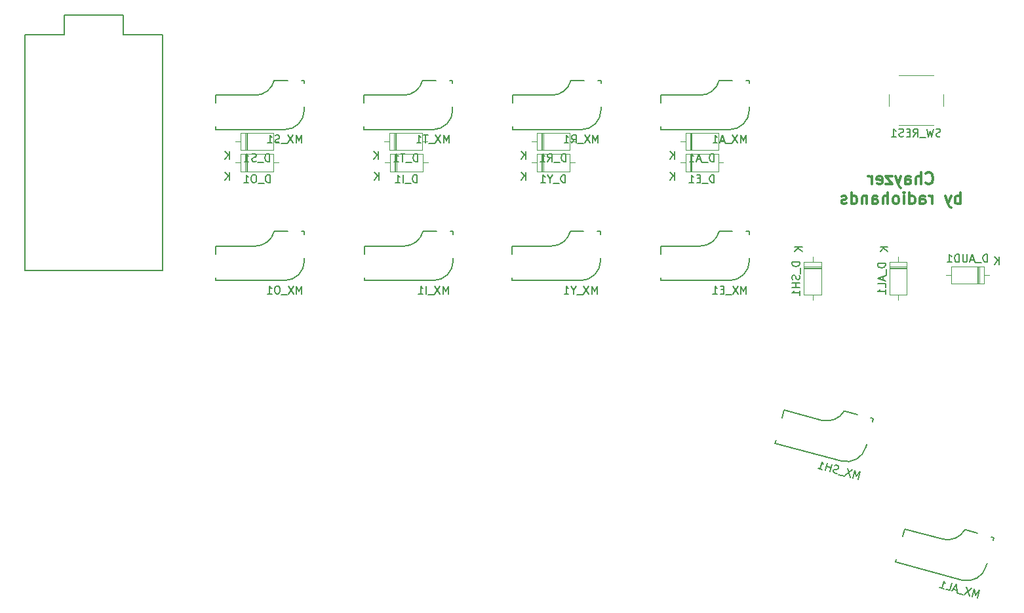
<source format=gbr>
G04 #@! TF.GenerationSoftware,KiCad,Pcbnew,(5.1.4)-1*
G04 #@! TF.CreationDate,2021-07-29T18:33:23-04:00*
G04 #@! TF.ProjectId,chayzer,63686179-7a65-4722-9e6b-696361645f70,rev?*
G04 #@! TF.SameCoordinates,Original*
G04 #@! TF.FileFunction,Legend,Bot*
G04 #@! TF.FilePolarity,Positive*
%FSLAX46Y46*%
G04 Gerber Fmt 4.6, Leading zero omitted, Abs format (unit mm)*
G04 Created by KiCad (PCBNEW (5.1.4)-1) date 2021-07-29 18:33:23*
%MOMM*%
%LPD*%
G04 APERTURE LIST*
%ADD10C,0.300000*%
%ADD11C,0.150000*%
%ADD12C,0.120000*%
G04 APERTURE END LIST*
D10*
X201522321Y-90885714D02*
X201593750Y-90957142D01*
X201808035Y-91028571D01*
X201950892Y-91028571D01*
X202165178Y-90957142D01*
X202308035Y-90814285D01*
X202379464Y-90671428D01*
X202450892Y-90385714D01*
X202450892Y-90171428D01*
X202379464Y-89885714D01*
X202308035Y-89742857D01*
X202165178Y-89600000D01*
X201950892Y-89528571D01*
X201808035Y-89528571D01*
X201593750Y-89600000D01*
X201522321Y-89671428D01*
X200879464Y-91028571D02*
X200879464Y-89528571D01*
X200236607Y-91028571D02*
X200236607Y-90242857D01*
X200308035Y-90100000D01*
X200450892Y-90028571D01*
X200665178Y-90028571D01*
X200808035Y-90100000D01*
X200879464Y-90171428D01*
X198879464Y-91028571D02*
X198879464Y-90242857D01*
X198950892Y-90100000D01*
X199093750Y-90028571D01*
X199379464Y-90028571D01*
X199522321Y-90100000D01*
X198879464Y-90957142D02*
X199022321Y-91028571D01*
X199379464Y-91028571D01*
X199522321Y-90957142D01*
X199593750Y-90814285D01*
X199593750Y-90671428D01*
X199522321Y-90528571D01*
X199379464Y-90457142D01*
X199022321Y-90457142D01*
X198879464Y-90385714D01*
X198308035Y-90028571D02*
X197950892Y-91028571D01*
X197593750Y-90028571D02*
X197950892Y-91028571D01*
X198093750Y-91385714D01*
X198165178Y-91457142D01*
X198308035Y-91528571D01*
X197165178Y-90028571D02*
X196379464Y-90028571D01*
X197165178Y-91028571D01*
X196379464Y-91028571D01*
X195236607Y-90957142D02*
X195379464Y-91028571D01*
X195665178Y-91028571D01*
X195808035Y-90957142D01*
X195879464Y-90814285D01*
X195879464Y-90242857D01*
X195808035Y-90100000D01*
X195665178Y-90028571D01*
X195379464Y-90028571D01*
X195236607Y-90100000D01*
X195165178Y-90242857D01*
X195165178Y-90385714D01*
X195879464Y-90528571D01*
X194522321Y-91028571D02*
X194522321Y-90028571D01*
X194522321Y-90314285D02*
X194450892Y-90171428D01*
X194379464Y-90100000D01*
X194236607Y-90028571D01*
X194093750Y-90028571D01*
X205986607Y-93578571D02*
X205986607Y-92078571D01*
X205986607Y-92650000D02*
X205843750Y-92578571D01*
X205558035Y-92578571D01*
X205415178Y-92650000D01*
X205343750Y-92721428D01*
X205272321Y-92864285D01*
X205272321Y-93292857D01*
X205343750Y-93435714D01*
X205415178Y-93507142D01*
X205558035Y-93578571D01*
X205843750Y-93578571D01*
X205986607Y-93507142D01*
X204772321Y-92578571D02*
X204415178Y-93578571D01*
X204058035Y-92578571D02*
X204415178Y-93578571D01*
X204558035Y-93935714D01*
X204629464Y-94007142D01*
X204772321Y-94078571D01*
X202343750Y-93578571D02*
X202343750Y-92578571D01*
X202343750Y-92864285D02*
X202272321Y-92721428D01*
X202200892Y-92650000D01*
X202058035Y-92578571D01*
X201915178Y-92578571D01*
X200772321Y-93578571D02*
X200772321Y-92792857D01*
X200843750Y-92650000D01*
X200986607Y-92578571D01*
X201272321Y-92578571D01*
X201415178Y-92650000D01*
X200772321Y-93507142D02*
X200915178Y-93578571D01*
X201272321Y-93578571D01*
X201415178Y-93507142D01*
X201486607Y-93364285D01*
X201486607Y-93221428D01*
X201415178Y-93078571D01*
X201272321Y-93007142D01*
X200915178Y-93007142D01*
X200772321Y-92935714D01*
X199415178Y-93578571D02*
X199415178Y-92078571D01*
X199415178Y-93507142D02*
X199558035Y-93578571D01*
X199843750Y-93578571D01*
X199986607Y-93507142D01*
X200058035Y-93435714D01*
X200129464Y-93292857D01*
X200129464Y-92864285D01*
X200058035Y-92721428D01*
X199986607Y-92650000D01*
X199843750Y-92578571D01*
X199558035Y-92578571D01*
X199415178Y-92650000D01*
X198700892Y-93578571D02*
X198700892Y-92578571D01*
X198700892Y-92078571D02*
X198772321Y-92150000D01*
X198700892Y-92221428D01*
X198629464Y-92150000D01*
X198700892Y-92078571D01*
X198700892Y-92221428D01*
X197772321Y-93578571D02*
X197915178Y-93507142D01*
X197986607Y-93435714D01*
X198058035Y-93292857D01*
X198058035Y-92864285D01*
X197986607Y-92721428D01*
X197915178Y-92650000D01*
X197772321Y-92578571D01*
X197558035Y-92578571D01*
X197415178Y-92650000D01*
X197343750Y-92721428D01*
X197272321Y-92864285D01*
X197272321Y-93292857D01*
X197343750Y-93435714D01*
X197415178Y-93507142D01*
X197558035Y-93578571D01*
X197772321Y-93578571D01*
X196629464Y-93578571D02*
X196629464Y-92078571D01*
X195986607Y-93578571D02*
X195986607Y-92792857D01*
X196058035Y-92650000D01*
X196200892Y-92578571D01*
X196415178Y-92578571D01*
X196558035Y-92650000D01*
X196629464Y-92721428D01*
X194629464Y-93578571D02*
X194629464Y-92792857D01*
X194700892Y-92650000D01*
X194843750Y-92578571D01*
X195129464Y-92578571D01*
X195272321Y-92650000D01*
X194629464Y-93507142D02*
X194772321Y-93578571D01*
X195129464Y-93578571D01*
X195272321Y-93507142D01*
X195343750Y-93364285D01*
X195343750Y-93221428D01*
X195272321Y-93078571D01*
X195129464Y-93007142D01*
X194772321Y-93007142D01*
X194629464Y-92935714D01*
X193915178Y-92578571D02*
X193915178Y-93578571D01*
X193915178Y-92721428D02*
X193843750Y-92650000D01*
X193700892Y-92578571D01*
X193486607Y-92578571D01*
X193343750Y-92650000D01*
X193272321Y-92792857D01*
X193272321Y-93578571D01*
X191915178Y-93578571D02*
X191915178Y-92078571D01*
X191915178Y-93507142D02*
X192058035Y-93578571D01*
X192343750Y-93578571D01*
X192486607Y-93507142D01*
X192558035Y-93435714D01*
X192629464Y-93292857D01*
X192629464Y-92864285D01*
X192558035Y-92721428D01*
X192486607Y-92650000D01*
X192343750Y-92578571D01*
X192058035Y-92578571D01*
X191915178Y-92650000D01*
X191272321Y-93507142D02*
X191129464Y-93578571D01*
X190843750Y-93578571D01*
X190700892Y-93507142D01*
X190629464Y-93364285D01*
X190629464Y-93292857D01*
X190700892Y-93150000D01*
X190843750Y-93078571D01*
X191058035Y-93078571D01*
X191200892Y-93007142D01*
X191272321Y-92864285D01*
X191272321Y-92792857D01*
X191200892Y-92650000D01*
X191058035Y-92578571D01*
X190843750Y-92578571D01*
X190700892Y-92650000D01*
D11*
X167295000Y-83985000D02*
X176185000Y-83985000D01*
X167295000Y-83604000D02*
X167295000Y-83985000D01*
X167295000Y-79540000D02*
X167295000Y-80556000D01*
X172375000Y-79540000D02*
X167295000Y-79540000D01*
X176566000Y-77635000D02*
X174915000Y-77635000D01*
X178725000Y-77635000D02*
X178344000Y-77635000D01*
X178725000Y-78016000D02*
X178725000Y-77635000D01*
X178725000Y-81445000D02*
X178725000Y-81064000D01*
X174839162Y-77616040D02*
G75*
G02X172375000Y-79540000I-2464162J616040D01*
G01*
X178725000Y-81445000D02*
G75*
G02X176185000Y-83985000I-2540000J0D01*
G01*
X102957500Y-71697500D02*
X102957500Y-102177500D01*
X97877500Y-71697500D02*
X102957500Y-71697500D01*
X97877500Y-69157500D02*
X97877500Y-71697500D01*
X90257500Y-69157500D02*
X97877500Y-69157500D01*
X90257500Y-71697500D02*
X90257500Y-69157500D01*
X85177500Y-71697500D02*
X90257500Y-71697500D01*
X85177500Y-102177500D02*
X85177500Y-71697500D01*
X102957500Y-102177500D02*
X85177500Y-102177500D01*
X197628996Y-139900941D02*
X206216076Y-142201842D01*
X197727606Y-139532923D02*
X197628996Y-139900941D01*
X198779446Y-135607401D02*
X198516486Y-136588781D01*
X203686350Y-136922202D02*
X198779446Y-135607401D01*
X208227595Y-136166824D02*
X206632852Y-135739513D01*
X210313029Y-136725614D02*
X209945011Y-136627004D01*
X210214419Y-137093632D02*
X210313029Y-136725614D01*
X209326928Y-140405791D02*
X209425538Y-140037773D01*
X206564505Y-135701571D02*
G75*
G02X203686350Y-136922202I-2220755J1232821D01*
G01*
X209326928Y-140405792D02*
G75*
G02X206216076Y-142201842I-2453451J657401D01*
G01*
D12*
X203750000Y-79437500D02*
X203750000Y-80937500D01*
X202500000Y-83437500D02*
X198000000Y-83437500D01*
X196750000Y-80937500D02*
X196750000Y-79437500D01*
X198000000Y-76937500D02*
X202500000Y-76937500D01*
D11*
X148076250Y-103485000D02*
X156966250Y-103485000D01*
X148076250Y-103104000D02*
X148076250Y-103485000D01*
X148076250Y-99040000D02*
X148076250Y-100056000D01*
X153156250Y-99040000D02*
X148076250Y-99040000D01*
X157347250Y-97135000D02*
X155696250Y-97135000D01*
X159506250Y-97135000D02*
X159125250Y-97135000D01*
X159506250Y-97516000D02*
X159506250Y-97135000D01*
X159506250Y-100945000D02*
X159506250Y-100564000D01*
X155620412Y-97116040D02*
G75*
G02X153156250Y-99040000I-2464162J616040D01*
G01*
X159506250Y-100945000D02*
G75*
G02X156966250Y-103485000I-2540000J0D01*
G01*
X128982500Y-83985000D02*
X137872500Y-83985000D01*
X128982500Y-83604000D02*
X128982500Y-83985000D01*
X128982500Y-79540000D02*
X128982500Y-80556000D01*
X134062500Y-79540000D02*
X128982500Y-79540000D01*
X138253500Y-77635000D02*
X136602500Y-77635000D01*
X140412500Y-77635000D02*
X140031500Y-77635000D01*
X140412500Y-78016000D02*
X140412500Y-77635000D01*
X140412500Y-81445000D02*
X140412500Y-81064000D01*
X136526662Y-77616040D02*
G75*
G02X134062500Y-79540000I-2464162J616040D01*
G01*
X140412500Y-81445000D02*
G75*
G02X137872500Y-83985000I-2540000J0D01*
G01*
X182066496Y-124525941D02*
X190653576Y-126826842D01*
X182165106Y-124157923D02*
X182066496Y-124525941D01*
X183216946Y-120232401D02*
X182953986Y-121213781D01*
X188123850Y-121547202D02*
X183216946Y-120232401D01*
X192665095Y-120791824D02*
X191070352Y-120364513D01*
X194750529Y-121350614D02*
X194382511Y-121252004D01*
X194651919Y-121718632D02*
X194750529Y-121350614D01*
X193764428Y-125030791D02*
X193863038Y-124662773D01*
X191002005Y-120326571D02*
G75*
G02X188123850Y-121547202I-2220755J1232821D01*
G01*
X193764428Y-125030792D02*
G75*
G02X190653576Y-126826842I-2453451J657401D01*
G01*
X109826250Y-83985000D02*
X118716250Y-83985000D01*
X109826250Y-83604000D02*
X109826250Y-83985000D01*
X109826250Y-79540000D02*
X109826250Y-80556000D01*
X114906250Y-79540000D02*
X109826250Y-79540000D01*
X119097250Y-77635000D02*
X117446250Y-77635000D01*
X121256250Y-77635000D02*
X120875250Y-77635000D01*
X121256250Y-78016000D02*
X121256250Y-77635000D01*
X121256250Y-81445000D02*
X121256250Y-81064000D01*
X117370412Y-77616040D02*
G75*
G02X114906250Y-79540000I-2464162J616040D01*
G01*
X121256250Y-81445000D02*
G75*
G02X118716250Y-83985000I-2540000J0D01*
G01*
X148138750Y-83985000D02*
X157028750Y-83985000D01*
X148138750Y-83604000D02*
X148138750Y-83985000D01*
X148138750Y-79540000D02*
X148138750Y-80556000D01*
X153218750Y-79540000D02*
X148138750Y-79540000D01*
X157409750Y-77635000D02*
X155758750Y-77635000D01*
X159568750Y-77635000D02*
X159187750Y-77635000D01*
X159568750Y-78016000D02*
X159568750Y-77635000D01*
X159568750Y-81445000D02*
X159568750Y-81064000D01*
X155682912Y-77616040D02*
G75*
G02X153218750Y-79540000I-2464162J616040D01*
G01*
X159568750Y-81445000D02*
G75*
G02X157028750Y-83985000I-2540000J0D01*
G01*
X109826250Y-103485000D02*
X118716250Y-103485000D01*
X109826250Y-103104000D02*
X109826250Y-103485000D01*
X109826250Y-99040000D02*
X109826250Y-100056000D01*
X114906250Y-99040000D02*
X109826250Y-99040000D01*
X119097250Y-97135000D02*
X117446250Y-97135000D01*
X121256250Y-97135000D02*
X120875250Y-97135000D01*
X121256250Y-97516000D02*
X121256250Y-97135000D01*
X121256250Y-100945000D02*
X121256250Y-100564000D01*
X117370412Y-97116040D02*
G75*
G02X114906250Y-99040000I-2464162J616040D01*
G01*
X121256250Y-100945000D02*
G75*
G02X118716250Y-103485000I-2540000J0D01*
G01*
X129045000Y-103485000D02*
X137935000Y-103485000D01*
X129045000Y-103104000D02*
X129045000Y-103485000D01*
X129045000Y-99040000D02*
X129045000Y-100056000D01*
X134125000Y-99040000D02*
X129045000Y-99040000D01*
X138316000Y-97135000D02*
X136665000Y-97135000D01*
X140475000Y-97135000D02*
X140094000Y-97135000D01*
X140475000Y-97516000D02*
X140475000Y-97135000D01*
X140475000Y-100945000D02*
X140475000Y-100564000D01*
X136589162Y-97116040D02*
G75*
G02X134125000Y-99040000I-2464162J616040D01*
G01*
X140475000Y-100945000D02*
G75*
G02X137935000Y-103485000I-2540000J0D01*
G01*
X167295000Y-103485000D02*
X176185000Y-103485000D01*
X167295000Y-103104000D02*
X167295000Y-103485000D01*
X167295000Y-99040000D02*
X167295000Y-100056000D01*
X172375000Y-99040000D02*
X167295000Y-99040000D01*
X176566000Y-97135000D02*
X174915000Y-97135000D01*
X178725000Y-97135000D02*
X178344000Y-97135000D01*
X178725000Y-97516000D02*
X178725000Y-97135000D01*
X178725000Y-100945000D02*
X178725000Y-100564000D01*
X174839162Y-97116040D02*
G75*
G02X172375000Y-99040000I-2464162J616040D01*
G01*
X178725000Y-100945000D02*
G75*
G02X176185000Y-103485000I-2540000J0D01*
G01*
D12*
X151883750Y-89370000D02*
X151883750Y-87130000D01*
X152123750Y-89370000D02*
X152123750Y-87130000D01*
X152003750Y-89370000D02*
X152003750Y-87130000D01*
X156173750Y-88250000D02*
X155523750Y-88250000D01*
X150633750Y-88250000D02*
X151283750Y-88250000D01*
X155523750Y-89370000D02*
X151283750Y-89370000D01*
X155523750Y-87130000D02*
X155523750Y-89370000D01*
X151283750Y-87130000D02*
X155523750Y-87130000D01*
X151283750Y-89370000D02*
X151283750Y-87130000D01*
X132852500Y-86651250D02*
X132852500Y-84411250D01*
X133092500Y-86651250D02*
X133092500Y-84411250D01*
X132972500Y-86651250D02*
X132972500Y-84411250D01*
X137142500Y-85531250D02*
X136492500Y-85531250D01*
X131602500Y-85531250D02*
X132252500Y-85531250D01*
X136492500Y-86651250D02*
X132252500Y-86651250D01*
X136492500Y-84411250D02*
X136492500Y-86651250D01*
X132252500Y-84411250D02*
X136492500Y-84411250D01*
X132252500Y-86651250D02*
X132252500Y-84411250D01*
X185786250Y-101696250D02*
X188026250Y-101696250D01*
X185786250Y-101936250D02*
X188026250Y-101936250D01*
X185786250Y-101816250D02*
X188026250Y-101816250D01*
X186906250Y-105986250D02*
X186906250Y-105336250D01*
X186906250Y-100446250D02*
X186906250Y-101096250D01*
X185786250Y-105336250D02*
X185786250Y-101096250D01*
X188026250Y-105336250D02*
X185786250Y-105336250D01*
X188026250Y-101096250D02*
X188026250Y-105336250D01*
X185786250Y-101096250D02*
X188026250Y-101096250D01*
X113633750Y-86651250D02*
X113633750Y-84411250D01*
X113873750Y-86651250D02*
X113873750Y-84411250D01*
X113753750Y-86651250D02*
X113753750Y-84411250D01*
X117923750Y-85531250D02*
X117273750Y-85531250D01*
X112383750Y-85531250D02*
X113033750Y-85531250D01*
X117273750Y-86651250D02*
X113033750Y-86651250D01*
X117273750Y-84411250D02*
X117273750Y-86651250D01*
X113033750Y-84411250D02*
X117273750Y-84411250D01*
X113033750Y-86651250D02*
X113033750Y-84411250D01*
X151883750Y-86651250D02*
X151883750Y-84411250D01*
X152123750Y-86651250D02*
X152123750Y-84411250D01*
X152003750Y-86651250D02*
X152003750Y-84411250D01*
X156173750Y-85531250D02*
X155523750Y-85531250D01*
X150633750Y-85531250D02*
X151283750Y-85531250D01*
X155523750Y-86651250D02*
X151283750Y-86651250D01*
X155523750Y-84411250D02*
X155523750Y-86651250D01*
X151283750Y-84411250D02*
X155523750Y-84411250D01*
X151283750Y-86651250D02*
X151283750Y-84411250D01*
X113633750Y-89370000D02*
X113633750Y-87130000D01*
X113873750Y-89370000D02*
X113873750Y-87130000D01*
X113753750Y-89370000D02*
X113753750Y-87130000D01*
X117923750Y-88250000D02*
X117273750Y-88250000D01*
X112383750Y-88250000D02*
X113033750Y-88250000D01*
X117273750Y-89370000D02*
X113033750Y-89370000D01*
X117273750Y-87130000D02*
X117273750Y-89370000D01*
X113033750Y-87130000D02*
X117273750Y-87130000D01*
X113033750Y-89370000D02*
X113033750Y-87130000D01*
X132920000Y-89370000D02*
X132920000Y-87130000D01*
X133160000Y-89370000D02*
X133160000Y-87130000D01*
X133040000Y-89370000D02*
X133040000Y-87130000D01*
X137210000Y-88250000D02*
X136560000Y-88250000D01*
X131670000Y-88250000D02*
X132320000Y-88250000D01*
X136560000Y-89370000D02*
X132320000Y-89370000D01*
X136560000Y-87130000D02*
X136560000Y-89370000D01*
X132320000Y-87130000D02*
X136560000Y-87130000D01*
X132320000Y-89370000D02*
X132320000Y-87130000D01*
X171076250Y-89370000D02*
X171076250Y-87130000D01*
X171316250Y-89370000D02*
X171316250Y-87130000D01*
X171196250Y-89370000D02*
X171196250Y-87130000D01*
X175366250Y-88250000D02*
X174716250Y-88250000D01*
X169826250Y-88250000D02*
X170476250Y-88250000D01*
X174716250Y-89370000D02*
X170476250Y-89370000D01*
X174716250Y-87130000D02*
X174716250Y-89370000D01*
X170476250Y-87130000D02*
X174716250Y-87130000D01*
X170476250Y-89370000D02*
X170476250Y-87130000D01*
X208428750Y-101661250D02*
X208428750Y-103901250D01*
X208188750Y-101661250D02*
X208188750Y-103901250D01*
X208308750Y-101661250D02*
X208308750Y-103901250D01*
X204138750Y-102781250D02*
X204788750Y-102781250D01*
X209678750Y-102781250D02*
X209028750Y-102781250D01*
X204788750Y-101661250D02*
X209028750Y-101661250D01*
X204788750Y-103901250D02*
X204788750Y-101661250D01*
X209028750Y-103901250D02*
X204788750Y-103901250D01*
X209028750Y-101661250D02*
X209028750Y-103901250D01*
X196848750Y-101696250D02*
X199088750Y-101696250D01*
X196848750Y-101936250D02*
X199088750Y-101936250D01*
X196848750Y-101816250D02*
X199088750Y-101816250D01*
X197968750Y-105986250D02*
X197968750Y-105336250D01*
X197968750Y-100446250D02*
X197968750Y-101096250D01*
X196848750Y-105336250D02*
X196848750Y-101096250D01*
X199088750Y-105336250D02*
X196848750Y-105336250D01*
X199088750Y-101096250D02*
X199088750Y-105336250D01*
X196848750Y-101096250D02*
X199088750Y-101096250D01*
X171076250Y-86651250D02*
X171076250Y-84411250D01*
X171316250Y-86651250D02*
X171316250Y-84411250D01*
X171196250Y-86651250D02*
X171196250Y-84411250D01*
X175366250Y-85531250D02*
X174716250Y-85531250D01*
X169826250Y-85531250D02*
X170476250Y-85531250D01*
X174716250Y-86651250D02*
X170476250Y-86651250D01*
X174716250Y-84411250D02*
X174716250Y-86651250D01*
X170476250Y-84411250D02*
X174716250Y-84411250D01*
X170476250Y-86651250D02*
X170476250Y-84411250D01*
D11*
X178280238Y-85707380D02*
X178280238Y-84707380D01*
X177946904Y-85421666D01*
X177613571Y-84707380D01*
X177613571Y-85707380D01*
X177232619Y-84707380D02*
X176565952Y-85707380D01*
X176565952Y-84707380D02*
X177232619Y-85707380D01*
X176423095Y-85802619D02*
X175661190Y-85802619D01*
X175470714Y-85421666D02*
X174994523Y-85421666D01*
X175565952Y-85707380D02*
X175232619Y-84707380D01*
X174899285Y-85707380D01*
X174042142Y-85707380D02*
X174613571Y-85707380D01*
X174327857Y-85707380D02*
X174327857Y-84707380D01*
X174423095Y-84850238D01*
X174518333Y-84945476D01*
X174613571Y-84993095D01*
X208185105Y-144512582D02*
X208443924Y-143546656D01*
X207937078Y-144150330D01*
X207799974Y-143374110D01*
X207541155Y-144340036D01*
X207432002Y-143275512D02*
X206529232Y-144068892D01*
X206788051Y-143102966D02*
X207173183Y-144241438D01*
X206366594Y-144123911D02*
X205630650Y-143926715D01*
X205545262Y-143509444D02*
X205085297Y-143386197D01*
X205563307Y-143810073D02*
X205500150Y-142757874D01*
X204919356Y-143637527D01*
X204137416Y-143428007D02*
X204597381Y-143551254D01*
X204856200Y-142585328D01*
X203309480Y-143206162D02*
X203861437Y-143354058D01*
X203585458Y-143280110D02*
X203844278Y-142314184D01*
X203899296Y-142476823D01*
X203966640Y-142593465D01*
X204046308Y-142664111D01*
X203392857Y-84842261D02*
X203250000Y-84889880D01*
X203011904Y-84889880D01*
X202916666Y-84842261D01*
X202869047Y-84794642D01*
X202821428Y-84699404D01*
X202821428Y-84604166D01*
X202869047Y-84508928D01*
X202916666Y-84461309D01*
X203011904Y-84413690D01*
X203202380Y-84366071D01*
X203297619Y-84318452D01*
X203345238Y-84270833D01*
X203392857Y-84175595D01*
X203392857Y-84080357D01*
X203345238Y-83985119D01*
X203297619Y-83937500D01*
X203202380Y-83889880D01*
X202964285Y-83889880D01*
X202821428Y-83937500D01*
X202488095Y-83889880D02*
X202250000Y-84889880D01*
X202059523Y-84175595D01*
X201869047Y-84889880D01*
X201630952Y-83889880D01*
X201488095Y-84985119D02*
X200726190Y-84985119D01*
X199916666Y-84889880D02*
X200250000Y-84413690D01*
X200488095Y-84889880D02*
X200488095Y-83889880D01*
X200107142Y-83889880D01*
X200011904Y-83937500D01*
X199964285Y-83985119D01*
X199916666Y-84080357D01*
X199916666Y-84223214D01*
X199964285Y-84318452D01*
X200011904Y-84366071D01*
X200107142Y-84413690D01*
X200488095Y-84413690D01*
X199488095Y-84366071D02*
X199154761Y-84366071D01*
X199011904Y-84889880D02*
X199488095Y-84889880D01*
X199488095Y-83889880D01*
X199011904Y-83889880D01*
X198630952Y-84842261D02*
X198488095Y-84889880D01*
X198250000Y-84889880D01*
X198154761Y-84842261D01*
X198107142Y-84794642D01*
X198059523Y-84699404D01*
X198059523Y-84604166D01*
X198107142Y-84508928D01*
X198154761Y-84461309D01*
X198250000Y-84413690D01*
X198440476Y-84366071D01*
X198535714Y-84318452D01*
X198583333Y-84270833D01*
X198630952Y-84175595D01*
X198630952Y-84080357D01*
X198583333Y-83985119D01*
X198535714Y-83937500D01*
X198440476Y-83889880D01*
X198202380Y-83889880D01*
X198059523Y-83937500D01*
X197107142Y-84889880D02*
X197678571Y-84889880D01*
X197392857Y-84889880D02*
X197392857Y-83889880D01*
X197488095Y-84032738D01*
X197583333Y-84127976D01*
X197678571Y-84175595D01*
X159061488Y-105207380D02*
X159061488Y-104207380D01*
X158728154Y-104921666D01*
X158394821Y-104207380D01*
X158394821Y-105207380D01*
X158013869Y-104207380D02*
X157347202Y-105207380D01*
X157347202Y-104207380D02*
X158013869Y-105207380D01*
X157204345Y-105302619D02*
X156442440Y-105302619D01*
X156013869Y-104731190D02*
X156013869Y-105207380D01*
X156347202Y-104207380D02*
X156013869Y-104731190D01*
X155680535Y-104207380D01*
X154823392Y-105207380D02*
X155394821Y-105207380D01*
X155109107Y-105207380D02*
X155109107Y-104207380D01*
X155204345Y-104350238D01*
X155299583Y-104445476D01*
X155394821Y-104493095D01*
X139920119Y-85707380D02*
X139920119Y-84707380D01*
X139586785Y-85421666D01*
X139253452Y-84707380D01*
X139253452Y-85707380D01*
X138872500Y-84707380D02*
X138205833Y-85707380D01*
X138205833Y-84707380D02*
X138872500Y-85707380D01*
X138062976Y-85802619D02*
X137301071Y-85802619D01*
X137205833Y-84707380D02*
X136634404Y-84707380D01*
X136920119Y-85707380D02*
X136920119Y-84707380D01*
X135777261Y-85707380D02*
X136348690Y-85707380D01*
X136062976Y-85707380D02*
X136062976Y-84707380D01*
X136158214Y-84850238D01*
X136253452Y-84945476D01*
X136348690Y-84993095D01*
X192783593Y-129180718D02*
X193042412Y-128214792D01*
X192535566Y-128818466D01*
X192398461Y-128042246D01*
X192139642Y-129008172D01*
X192030490Y-127943648D02*
X191127720Y-128737028D01*
X191386539Y-127771102D02*
X191771671Y-128909574D01*
X190965081Y-128792047D02*
X190229138Y-128594852D01*
X190082126Y-128407563D02*
X189931812Y-128416586D01*
X189701830Y-128354962D01*
X189622161Y-128284316D01*
X189588490Y-128225995D01*
X189567143Y-128121677D01*
X189591792Y-128029684D01*
X189662438Y-127950016D01*
X189720759Y-127916344D01*
X189825077Y-127894997D01*
X190021387Y-127898300D01*
X190125705Y-127876953D01*
X190184026Y-127843281D01*
X190254672Y-127763613D01*
X190279321Y-127671620D01*
X190257974Y-127567302D01*
X190224303Y-127508981D01*
X190144634Y-127438335D01*
X189914652Y-127376712D01*
X189764338Y-127385734D01*
X189103875Y-128194741D02*
X189362695Y-127228815D01*
X189239447Y-127688780D02*
X188687490Y-127540883D01*
X188551918Y-128046844D02*
X188810737Y-127080918D01*
X187585992Y-127788025D02*
X188137950Y-127935922D01*
X187861971Y-127861973D02*
X188120790Y-126896048D01*
X188175809Y-127058686D01*
X188243152Y-127175329D01*
X188322820Y-127245975D01*
X120859107Y-85707380D02*
X120859107Y-84707380D01*
X120525773Y-85421666D01*
X120192440Y-84707380D01*
X120192440Y-85707380D01*
X119811488Y-84707380D02*
X119144821Y-85707380D01*
X119144821Y-84707380D02*
X119811488Y-85707380D01*
X119001964Y-85802619D02*
X118240059Y-85802619D01*
X118049583Y-85659761D02*
X117906726Y-85707380D01*
X117668630Y-85707380D01*
X117573392Y-85659761D01*
X117525773Y-85612142D01*
X117478154Y-85516904D01*
X117478154Y-85421666D01*
X117525773Y-85326428D01*
X117573392Y-85278809D01*
X117668630Y-85231190D01*
X117859107Y-85183571D01*
X117954345Y-85135952D01*
X118001964Y-85088333D01*
X118049583Y-84993095D01*
X118049583Y-84897857D01*
X118001964Y-84802619D01*
X117954345Y-84755000D01*
X117859107Y-84707380D01*
X117621011Y-84707380D01*
X117478154Y-84755000D01*
X116525773Y-85707380D02*
X117097202Y-85707380D01*
X116811488Y-85707380D02*
X116811488Y-84707380D01*
X116906726Y-84850238D01*
X117001964Y-84945476D01*
X117097202Y-84993095D01*
X159195416Y-85707380D02*
X159195416Y-84707380D01*
X158862083Y-85421666D01*
X158528750Y-84707380D01*
X158528750Y-85707380D01*
X158147797Y-84707380D02*
X157481130Y-85707380D01*
X157481130Y-84707380D02*
X158147797Y-85707380D01*
X157338273Y-85802619D02*
X156576369Y-85802619D01*
X155766845Y-85707380D02*
X156100178Y-85231190D01*
X156338273Y-85707380D02*
X156338273Y-84707380D01*
X155957321Y-84707380D01*
X155862083Y-84755000D01*
X155814464Y-84802619D01*
X155766845Y-84897857D01*
X155766845Y-85040714D01*
X155814464Y-85135952D01*
X155862083Y-85183571D01*
X155957321Y-85231190D01*
X156338273Y-85231190D01*
X154814464Y-85707380D02*
X155385892Y-85707380D01*
X155100178Y-85707380D02*
X155100178Y-84707380D01*
X155195416Y-84850238D01*
X155290654Y-84945476D01*
X155385892Y-84993095D01*
X120906726Y-105207380D02*
X120906726Y-104207380D01*
X120573392Y-104921666D01*
X120240059Y-104207380D01*
X120240059Y-105207380D01*
X119859107Y-104207380D02*
X119192440Y-105207380D01*
X119192440Y-104207380D02*
X119859107Y-105207380D01*
X119049583Y-105302619D02*
X118287678Y-105302619D01*
X117859107Y-104207380D02*
X117668630Y-104207380D01*
X117573392Y-104255000D01*
X117478154Y-104350238D01*
X117430535Y-104540714D01*
X117430535Y-104874047D01*
X117478154Y-105064523D01*
X117573392Y-105159761D01*
X117668630Y-105207380D01*
X117859107Y-105207380D01*
X117954345Y-105159761D01*
X118049583Y-105064523D01*
X118097202Y-104874047D01*
X118097202Y-104540714D01*
X118049583Y-104350238D01*
X117954345Y-104255000D01*
X117859107Y-104207380D01*
X116478154Y-105207380D02*
X117049583Y-105207380D01*
X116763869Y-105207380D02*
X116763869Y-104207380D01*
X116859107Y-104350238D01*
X116954345Y-104445476D01*
X117049583Y-104493095D01*
X139839761Y-105207380D02*
X139839761Y-104207380D01*
X139506428Y-104921666D01*
X139173095Y-104207380D01*
X139173095Y-105207380D01*
X138792142Y-104207380D02*
X138125476Y-105207380D01*
X138125476Y-104207380D02*
X138792142Y-105207380D01*
X137982619Y-105302619D02*
X137220714Y-105302619D01*
X136982619Y-105207380D02*
X136982619Y-104207380D01*
X135982619Y-105207380D02*
X136554047Y-105207380D01*
X136268333Y-105207380D02*
X136268333Y-104207380D01*
X136363571Y-104350238D01*
X136458809Y-104445476D01*
X136554047Y-104493095D01*
X178304047Y-105207380D02*
X178304047Y-104207380D01*
X177970714Y-104921666D01*
X177637380Y-104207380D01*
X177637380Y-105207380D01*
X177256428Y-104207380D02*
X176589761Y-105207380D01*
X176589761Y-104207380D02*
X177256428Y-105207380D01*
X176446904Y-105302619D02*
X175685000Y-105302619D01*
X175446904Y-104683571D02*
X175113571Y-104683571D01*
X174970714Y-105207380D02*
X175446904Y-105207380D01*
X175446904Y-104207380D01*
X174970714Y-104207380D01*
X174018333Y-105207380D02*
X174589761Y-105207380D01*
X174304047Y-105207380D02*
X174304047Y-104207380D01*
X174399285Y-104350238D01*
X174494523Y-104445476D01*
X174589761Y-104493095D01*
X154951369Y-90822380D02*
X154951369Y-89822380D01*
X154713273Y-89822380D01*
X154570416Y-89870000D01*
X154475178Y-89965238D01*
X154427559Y-90060476D01*
X154379940Y-90250952D01*
X154379940Y-90393809D01*
X154427559Y-90584285D01*
X154475178Y-90679523D01*
X154570416Y-90774761D01*
X154713273Y-90822380D01*
X154951369Y-90822380D01*
X154189464Y-90917619D02*
X153427559Y-90917619D01*
X152998988Y-90346190D02*
X152998988Y-90822380D01*
X153332321Y-89822380D02*
X152998988Y-90346190D01*
X152665654Y-89822380D01*
X151808511Y-90822380D02*
X152379940Y-90822380D01*
X152094226Y-90822380D02*
X152094226Y-89822380D01*
X152189464Y-89965238D01*
X152284702Y-90060476D01*
X152379940Y-90108095D01*
X149855654Y-90502380D02*
X149855654Y-89502380D01*
X149284226Y-90502380D02*
X149712797Y-89930952D01*
X149284226Y-89502380D02*
X149855654Y-90073809D01*
X135872500Y-88103630D02*
X135872500Y-87103630D01*
X135634404Y-87103630D01*
X135491547Y-87151250D01*
X135396309Y-87246488D01*
X135348690Y-87341726D01*
X135301071Y-87532202D01*
X135301071Y-87675059D01*
X135348690Y-87865535D01*
X135396309Y-87960773D01*
X135491547Y-88056011D01*
X135634404Y-88103630D01*
X135872500Y-88103630D01*
X135110595Y-88198869D02*
X134348690Y-88198869D01*
X134253452Y-87103630D02*
X133682023Y-87103630D01*
X133967738Y-88103630D02*
X133967738Y-87103630D01*
X132824880Y-88103630D02*
X133396309Y-88103630D01*
X133110595Y-88103630D02*
X133110595Y-87103630D01*
X133205833Y-87246488D01*
X133301071Y-87341726D01*
X133396309Y-87389345D01*
X130824404Y-87783630D02*
X130824404Y-86783630D01*
X130252976Y-87783630D02*
X130681547Y-87212202D01*
X130252976Y-86783630D02*
X130824404Y-87355059D01*
X185238630Y-101097202D02*
X184238630Y-101097202D01*
X184238630Y-101335297D01*
X184286250Y-101478154D01*
X184381488Y-101573392D01*
X184476726Y-101621011D01*
X184667202Y-101668630D01*
X184810059Y-101668630D01*
X185000535Y-101621011D01*
X185095773Y-101573392D01*
X185191011Y-101478154D01*
X185238630Y-101335297D01*
X185238630Y-101097202D01*
X185333869Y-101859107D02*
X185333869Y-102621011D01*
X185191011Y-102811488D02*
X185238630Y-102954345D01*
X185238630Y-103192440D01*
X185191011Y-103287678D01*
X185143392Y-103335297D01*
X185048154Y-103382916D01*
X184952916Y-103382916D01*
X184857678Y-103335297D01*
X184810059Y-103287678D01*
X184762440Y-103192440D01*
X184714821Y-103001964D01*
X184667202Y-102906726D01*
X184619583Y-102859107D01*
X184524345Y-102811488D01*
X184429107Y-102811488D01*
X184333869Y-102859107D01*
X184286250Y-102906726D01*
X184238630Y-103001964D01*
X184238630Y-103240059D01*
X184286250Y-103382916D01*
X185238630Y-103811488D02*
X184238630Y-103811488D01*
X184714821Y-103811488D02*
X184714821Y-104382916D01*
X185238630Y-104382916D02*
X184238630Y-104382916D01*
X185238630Y-105382916D02*
X185238630Y-104811488D01*
X185238630Y-105097202D02*
X184238630Y-105097202D01*
X184381488Y-105001964D01*
X184476726Y-104906726D01*
X184524345Y-104811488D01*
X185558630Y-99144345D02*
X184558630Y-99144345D01*
X185558630Y-99715773D02*
X184987202Y-99287202D01*
X184558630Y-99715773D02*
X185130059Y-99144345D01*
X116748988Y-88103630D02*
X116748988Y-87103630D01*
X116510892Y-87103630D01*
X116368035Y-87151250D01*
X116272797Y-87246488D01*
X116225178Y-87341726D01*
X116177559Y-87532202D01*
X116177559Y-87675059D01*
X116225178Y-87865535D01*
X116272797Y-87960773D01*
X116368035Y-88056011D01*
X116510892Y-88103630D01*
X116748988Y-88103630D01*
X115987083Y-88198869D02*
X115225178Y-88198869D01*
X115034702Y-88056011D02*
X114891845Y-88103630D01*
X114653750Y-88103630D01*
X114558511Y-88056011D01*
X114510892Y-88008392D01*
X114463273Y-87913154D01*
X114463273Y-87817916D01*
X114510892Y-87722678D01*
X114558511Y-87675059D01*
X114653750Y-87627440D01*
X114844226Y-87579821D01*
X114939464Y-87532202D01*
X114987083Y-87484583D01*
X115034702Y-87389345D01*
X115034702Y-87294107D01*
X114987083Y-87198869D01*
X114939464Y-87151250D01*
X114844226Y-87103630D01*
X114606130Y-87103630D01*
X114463273Y-87151250D01*
X113510892Y-88103630D02*
X114082321Y-88103630D01*
X113796607Y-88103630D02*
X113796607Y-87103630D01*
X113891845Y-87246488D01*
X113987083Y-87341726D01*
X114082321Y-87389345D01*
X111605654Y-87783630D02*
X111605654Y-86783630D01*
X111034226Y-87783630D02*
X111462797Y-87212202D01*
X111034226Y-86783630D02*
X111605654Y-87355059D01*
X155022797Y-88103630D02*
X155022797Y-87103630D01*
X154784702Y-87103630D01*
X154641845Y-87151250D01*
X154546607Y-87246488D01*
X154498988Y-87341726D01*
X154451369Y-87532202D01*
X154451369Y-87675059D01*
X154498988Y-87865535D01*
X154546607Y-87960773D01*
X154641845Y-88056011D01*
X154784702Y-88103630D01*
X155022797Y-88103630D01*
X154260892Y-88198869D02*
X153498988Y-88198869D01*
X152689464Y-88103630D02*
X153022797Y-87627440D01*
X153260892Y-88103630D02*
X153260892Y-87103630D01*
X152879940Y-87103630D01*
X152784702Y-87151250D01*
X152737083Y-87198869D01*
X152689464Y-87294107D01*
X152689464Y-87436964D01*
X152737083Y-87532202D01*
X152784702Y-87579821D01*
X152879940Y-87627440D01*
X153260892Y-87627440D01*
X151737083Y-88103630D02*
X152308511Y-88103630D01*
X152022797Y-88103630D02*
X152022797Y-87103630D01*
X152118035Y-87246488D01*
X152213273Y-87341726D01*
X152308511Y-87389345D01*
X149855654Y-87783630D02*
X149855654Y-86783630D01*
X149284226Y-87783630D02*
X149712797Y-87212202D01*
X149284226Y-86783630D02*
X149855654Y-87355059D01*
X116796607Y-90822380D02*
X116796607Y-89822380D01*
X116558511Y-89822380D01*
X116415654Y-89870000D01*
X116320416Y-89965238D01*
X116272797Y-90060476D01*
X116225178Y-90250952D01*
X116225178Y-90393809D01*
X116272797Y-90584285D01*
X116320416Y-90679523D01*
X116415654Y-90774761D01*
X116558511Y-90822380D01*
X116796607Y-90822380D01*
X116034702Y-90917619D02*
X115272797Y-90917619D01*
X114844226Y-89822380D02*
X114653750Y-89822380D01*
X114558511Y-89870000D01*
X114463273Y-89965238D01*
X114415654Y-90155714D01*
X114415654Y-90489047D01*
X114463273Y-90679523D01*
X114558511Y-90774761D01*
X114653750Y-90822380D01*
X114844226Y-90822380D01*
X114939464Y-90774761D01*
X115034702Y-90679523D01*
X115082321Y-90489047D01*
X115082321Y-90155714D01*
X115034702Y-89965238D01*
X114939464Y-89870000D01*
X114844226Y-89822380D01*
X113463273Y-90822380D02*
X114034702Y-90822380D01*
X113748988Y-90822380D02*
X113748988Y-89822380D01*
X113844226Y-89965238D01*
X113939464Y-90060476D01*
X114034702Y-90108095D01*
X111605654Y-90502380D02*
X111605654Y-89502380D01*
X111034226Y-90502380D02*
X111462797Y-89930952D01*
X111034226Y-89502380D02*
X111605654Y-90073809D01*
X135797142Y-90822380D02*
X135797142Y-89822380D01*
X135559047Y-89822380D01*
X135416190Y-89870000D01*
X135320952Y-89965238D01*
X135273333Y-90060476D01*
X135225714Y-90250952D01*
X135225714Y-90393809D01*
X135273333Y-90584285D01*
X135320952Y-90679523D01*
X135416190Y-90774761D01*
X135559047Y-90822380D01*
X135797142Y-90822380D01*
X135035238Y-90917619D02*
X134273333Y-90917619D01*
X134035238Y-90822380D02*
X134035238Y-89822380D01*
X133035238Y-90822380D02*
X133606666Y-90822380D01*
X133320952Y-90822380D02*
X133320952Y-89822380D01*
X133416190Y-89965238D01*
X133511428Y-90060476D01*
X133606666Y-90108095D01*
X130891904Y-90502380D02*
X130891904Y-89502380D01*
X130320476Y-90502380D02*
X130749047Y-89930952D01*
X130320476Y-89502380D02*
X130891904Y-90073809D01*
X174167678Y-90822380D02*
X174167678Y-89822380D01*
X173929583Y-89822380D01*
X173786726Y-89870000D01*
X173691488Y-89965238D01*
X173643869Y-90060476D01*
X173596250Y-90250952D01*
X173596250Y-90393809D01*
X173643869Y-90584285D01*
X173691488Y-90679523D01*
X173786726Y-90774761D01*
X173929583Y-90822380D01*
X174167678Y-90822380D01*
X173405773Y-90917619D02*
X172643869Y-90917619D01*
X172405773Y-90298571D02*
X172072440Y-90298571D01*
X171929583Y-90822380D02*
X172405773Y-90822380D01*
X172405773Y-89822380D01*
X171929583Y-89822380D01*
X170977202Y-90822380D02*
X171548630Y-90822380D01*
X171262916Y-90822380D02*
X171262916Y-89822380D01*
X171358154Y-89965238D01*
X171453392Y-90060476D01*
X171548630Y-90108095D01*
X169048154Y-90502380D02*
X169048154Y-89502380D01*
X168476726Y-90502380D02*
X168905297Y-89930952D01*
X168476726Y-89502380D02*
X169048154Y-90073809D01*
X209480178Y-101113630D02*
X209480178Y-100113630D01*
X209242083Y-100113630D01*
X209099226Y-100161250D01*
X209003988Y-100256488D01*
X208956369Y-100351726D01*
X208908750Y-100542202D01*
X208908750Y-100685059D01*
X208956369Y-100875535D01*
X209003988Y-100970773D01*
X209099226Y-101066011D01*
X209242083Y-101113630D01*
X209480178Y-101113630D01*
X208718273Y-101208869D02*
X207956369Y-101208869D01*
X207765892Y-100827916D02*
X207289702Y-100827916D01*
X207861130Y-101113630D02*
X207527797Y-100113630D01*
X207194464Y-101113630D01*
X206861130Y-100113630D02*
X206861130Y-100923154D01*
X206813511Y-101018392D01*
X206765892Y-101066011D01*
X206670654Y-101113630D01*
X206480178Y-101113630D01*
X206384940Y-101066011D01*
X206337321Y-101018392D01*
X206289702Y-100923154D01*
X206289702Y-100113630D01*
X205813511Y-101113630D02*
X205813511Y-100113630D01*
X205575416Y-100113630D01*
X205432559Y-100161250D01*
X205337321Y-100256488D01*
X205289702Y-100351726D01*
X205242083Y-100542202D01*
X205242083Y-100685059D01*
X205289702Y-100875535D01*
X205337321Y-100970773D01*
X205432559Y-101066011D01*
X205575416Y-101113630D01*
X205813511Y-101113630D01*
X204289702Y-101113630D02*
X204861130Y-101113630D01*
X204575416Y-101113630D02*
X204575416Y-100113630D01*
X204670654Y-100256488D01*
X204765892Y-100351726D01*
X204861130Y-100399345D01*
X210980654Y-101433630D02*
X210980654Y-100433630D01*
X210409226Y-101433630D02*
X210837797Y-100862202D01*
X210409226Y-100433630D02*
X210980654Y-101005059D01*
X196301130Y-101263869D02*
X195301130Y-101263869D01*
X195301130Y-101501964D01*
X195348750Y-101644821D01*
X195443988Y-101740059D01*
X195539226Y-101787678D01*
X195729702Y-101835297D01*
X195872559Y-101835297D01*
X196063035Y-101787678D01*
X196158273Y-101740059D01*
X196253511Y-101644821D01*
X196301130Y-101501964D01*
X196301130Y-101263869D01*
X196396369Y-102025773D02*
X196396369Y-102787678D01*
X196015416Y-102978154D02*
X196015416Y-103454345D01*
X196301130Y-102882916D02*
X195301130Y-103216250D01*
X196301130Y-103549583D01*
X196301130Y-104359107D02*
X196301130Y-103882916D01*
X195301130Y-103882916D01*
X196301130Y-105216250D02*
X196301130Y-104644821D01*
X196301130Y-104930535D02*
X195301130Y-104930535D01*
X195443988Y-104835297D01*
X195539226Y-104740059D01*
X195586845Y-104644821D01*
X196621130Y-99144345D02*
X195621130Y-99144345D01*
X196621130Y-99715773D02*
X196049702Y-99287202D01*
X195621130Y-99715773D02*
X196192559Y-99144345D01*
X174143869Y-88103630D02*
X174143869Y-87103630D01*
X173905773Y-87103630D01*
X173762916Y-87151250D01*
X173667678Y-87246488D01*
X173620059Y-87341726D01*
X173572440Y-87532202D01*
X173572440Y-87675059D01*
X173620059Y-87865535D01*
X173667678Y-87960773D01*
X173762916Y-88056011D01*
X173905773Y-88103630D01*
X174143869Y-88103630D01*
X173381964Y-88198869D02*
X172620059Y-88198869D01*
X172429583Y-87817916D02*
X171953392Y-87817916D01*
X172524821Y-88103630D02*
X172191488Y-87103630D01*
X171858154Y-88103630D01*
X171001011Y-88103630D02*
X171572440Y-88103630D01*
X171286726Y-88103630D02*
X171286726Y-87103630D01*
X171381964Y-87246488D01*
X171477202Y-87341726D01*
X171572440Y-87389345D01*
X169048154Y-87783630D02*
X169048154Y-86783630D01*
X168476726Y-87783630D02*
X168905297Y-87212202D01*
X168476726Y-86783630D02*
X169048154Y-87355059D01*
M02*

</source>
